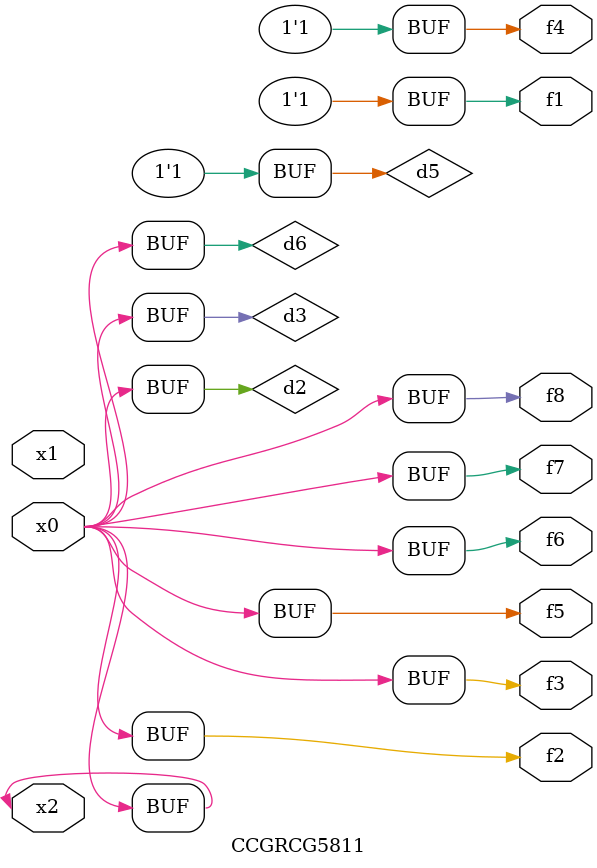
<source format=v>
module CCGRCG5811(
	input x0, x1, x2,
	output f1, f2, f3, f4, f5, f6, f7, f8
);

	wire d1, d2, d3, d4, d5, d6;

	xnor (d1, x2);
	buf (d2, x0, x2);
	and (d3, x0);
	xnor (d4, x1, x2);
	nand (d5, d1, d3);
	buf (d6, d2, d3);
	assign f1 = d5;
	assign f2 = d6;
	assign f3 = d6;
	assign f4 = d5;
	assign f5 = d6;
	assign f6 = d6;
	assign f7 = d6;
	assign f8 = d6;
endmodule

</source>
